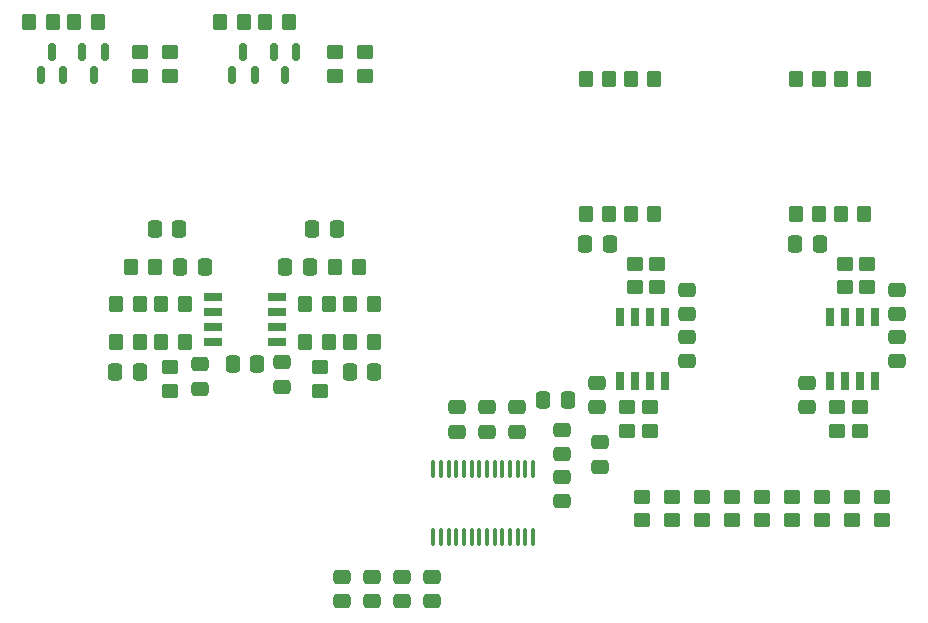
<source format=gtp>
G04 #@! TF.GenerationSoftware,KiCad,Pcbnew,8.0.3*
G04 #@! TF.CreationDate,2024-07-30T18:49:54+02:00*
G04 #@! TF.ProjectId,CODEC Dev Board,434f4445-4320-4446-9576-20426f617264,rev?*
G04 #@! TF.SameCoordinates,Original*
G04 #@! TF.FileFunction,Paste,Top*
G04 #@! TF.FilePolarity,Positive*
%FSLAX46Y46*%
G04 Gerber Fmt 4.6, Leading zero omitted, Abs format (unit mm)*
G04 Created by KiCad (PCBNEW 8.0.3) date 2024-07-30 18:49:54*
%MOMM*%
%LPD*%
G01*
G04 APERTURE LIST*
G04 Aperture macros list*
%AMRoundRect*
0 Rectangle with rounded corners*
0 $1 Rounding radius*
0 $2 $3 $4 $5 $6 $7 $8 $9 X,Y pos of 4 corners*
0 Add a 4 corners polygon primitive as box body*
4,1,4,$2,$3,$4,$5,$6,$7,$8,$9,$2,$3,0*
0 Add four circle primitives for the rounded corners*
1,1,$1+$1,$2,$3*
1,1,$1+$1,$4,$5*
1,1,$1+$1,$6,$7*
1,1,$1+$1,$8,$9*
0 Add four rect primitives between the rounded corners*
20,1,$1+$1,$2,$3,$4,$5,0*
20,1,$1+$1,$4,$5,$6,$7,0*
20,1,$1+$1,$6,$7,$8,$9,0*
20,1,$1+$1,$8,$9,$2,$3,0*%
G04 Aperture macros list end*
%ADD10RoundRect,0.250000X-0.350000X-0.450000X0.350000X-0.450000X0.350000X0.450000X-0.350000X0.450000X0*%
%ADD11RoundRect,0.250000X0.337500X0.475000X-0.337500X0.475000X-0.337500X-0.475000X0.337500X-0.475000X0*%
%ADD12RoundRect,0.250000X0.350000X0.450000X-0.350000X0.450000X-0.350000X-0.450000X0.350000X-0.450000X0*%
%ADD13RoundRect,0.250000X-0.450000X0.350000X-0.450000X-0.350000X0.450000X-0.350000X0.450000X0.350000X0*%
%ADD14RoundRect,0.250000X-0.475000X0.337500X-0.475000X-0.337500X0.475000X-0.337500X0.475000X0.337500X0*%
%ADD15RoundRect,0.250000X0.475000X-0.337500X0.475000X0.337500X-0.475000X0.337500X-0.475000X-0.337500X0*%
%ADD16RoundRect,0.250000X0.450000X-0.350000X0.450000X0.350000X-0.450000X0.350000X-0.450000X-0.350000X0*%
%ADD17RoundRect,0.250000X-0.337500X-0.475000X0.337500X-0.475000X0.337500X0.475000X-0.337500X0.475000X0*%
%ADD18RoundRect,0.150000X-0.150000X0.587500X-0.150000X-0.587500X0.150000X-0.587500X0.150000X0.587500X0*%
%ADD19RoundRect,0.100000X0.100000X-0.637500X0.100000X0.637500X-0.100000X0.637500X-0.100000X-0.637500X0*%
%ADD20R,0.650000X1.525000*%
%ADD21RoundRect,0.150000X0.150000X-0.587500X0.150000X0.587500X-0.150000X0.587500X-0.150000X-0.587500X0*%
%ADD22R,1.525000X0.650000*%
G04 APERTURE END LIST*
D10*
X121285000Y-106807000D03*
X123285000Y-106807000D03*
D11*
X120163500Y-100457000D03*
X118088500Y-100457000D03*
D12*
X147050000Y-87757000D03*
X145050000Y-87757000D03*
D13*
X164465000Y-115525000D03*
X164465000Y-117525000D03*
D12*
X103505000Y-106807000D03*
X101505000Y-106807000D03*
D14*
X123190000Y-129878000D03*
X123190000Y-131953000D03*
D15*
X139237000Y-119517000D03*
X139237000Y-117442000D03*
D14*
X128270000Y-129878000D03*
X128270000Y-131953000D03*
D10*
X114125000Y-82954677D03*
X116125000Y-82954677D03*
D16*
X148590000Y-123095000D03*
X148590000Y-125095000D03*
D17*
X115802500Y-103632000D03*
X117877500Y-103632000D03*
D14*
X139237000Y-121422000D03*
X139237000Y-123497000D03*
D17*
X104753500Y-100457000D03*
X106828500Y-100457000D03*
D12*
X122015000Y-103632000D03*
X120015000Y-103632000D03*
D11*
X143277500Y-101727000D03*
X141202500Y-101727000D03*
D15*
X149860000Y-111654500D03*
X149860000Y-109579500D03*
X132887000Y-117602000D03*
X132887000Y-115527000D03*
D14*
X149860000Y-105597500D03*
X149860000Y-107672500D03*
X142494000Y-118491000D03*
X142494000Y-120566000D03*
D13*
X156210000Y-125095000D03*
X156210000Y-123095000D03*
D17*
X111357500Y-111887000D03*
X113432500Y-111887000D03*
D16*
X161290000Y-123095000D03*
X161290000Y-125095000D03*
D10*
X110315000Y-82954677D03*
X112315000Y-82954677D03*
D18*
X100520000Y-85494677D03*
X98620000Y-85494677D03*
X99570000Y-87369677D03*
D14*
X120650000Y-129878000D03*
X120650000Y-131953000D03*
D11*
X123360000Y-112522000D03*
X121285000Y-112522000D03*
D12*
X103505000Y-109982000D03*
X101505000Y-109982000D03*
D11*
X161057500Y-101727000D03*
X158982500Y-101727000D03*
D16*
X158750000Y-123095000D03*
X158750000Y-125095000D03*
X122555000Y-87487000D03*
X122555000Y-85487000D03*
D10*
X94125000Y-82954677D03*
X96125000Y-82954677D03*
D12*
X143240000Y-87757000D03*
X141240000Y-87757000D03*
D10*
X117475000Y-109982000D03*
X119475000Y-109982000D03*
D13*
X106045000Y-112157000D03*
X106045000Y-114157000D03*
D19*
X128337000Y-126492000D03*
X128987000Y-126492000D03*
X129637000Y-126492000D03*
X130287000Y-126492000D03*
X130937000Y-126492000D03*
X131587000Y-126492000D03*
X132237000Y-126492000D03*
X132887000Y-126492000D03*
X133537000Y-126492000D03*
X134187000Y-126492000D03*
X134837000Y-126492000D03*
X135487000Y-126492000D03*
X136137000Y-126492000D03*
X136787000Y-126492000D03*
X136787000Y-120767000D03*
X136137000Y-120767000D03*
X135487000Y-120767000D03*
X134837000Y-120767000D03*
X134187000Y-120767000D03*
X133537000Y-120767000D03*
X132887000Y-120767000D03*
X132237000Y-120767000D03*
X131587000Y-120767000D03*
X130937000Y-120767000D03*
X130287000Y-120767000D03*
X129637000Y-120767000D03*
X128987000Y-120767000D03*
X128337000Y-120767000D03*
D17*
X137646500Y-114935000D03*
X139721500Y-114935000D03*
D16*
X103505000Y-87487000D03*
X103505000Y-85487000D03*
D14*
X115570000Y-111717000D03*
X115570000Y-113792000D03*
D16*
X106045000Y-87487000D03*
X106045000Y-85487000D03*
D13*
X163195000Y-103365000D03*
X163195000Y-105365000D03*
X118745000Y-112157000D03*
X118745000Y-114157000D03*
D10*
X117475000Y-106807000D03*
X119475000Y-106807000D03*
D16*
X147320000Y-105365000D03*
X147320000Y-103365000D03*
D10*
X97935000Y-82954677D03*
X99935000Y-82954677D03*
D14*
X130347000Y-115527000D03*
X130347000Y-117602000D03*
D16*
X151130000Y-123095000D03*
X151130000Y-125095000D03*
D12*
X143240000Y-99187000D03*
X141240000Y-99187000D03*
D20*
X165735000Y-107905000D03*
X164465000Y-107905000D03*
X163195000Y-107905000D03*
X161925000Y-107905000D03*
X161925000Y-113329000D03*
X163195000Y-113329000D03*
X164465000Y-113329000D03*
X165735000Y-113329000D03*
D16*
X163830000Y-123095000D03*
X163830000Y-125095000D03*
D12*
X164830000Y-99187000D03*
X162830000Y-99187000D03*
D15*
X135427000Y-117602000D03*
X135427000Y-115527000D03*
D16*
X162560000Y-117525000D03*
X162560000Y-115525000D03*
D21*
X111315000Y-87369677D03*
X113215000Y-87369677D03*
X112265000Y-85494677D03*
D14*
X125730000Y-129878000D03*
X125730000Y-131953000D03*
D21*
X95125000Y-87369677D03*
X97025000Y-87369677D03*
X96075000Y-85494677D03*
D16*
X165100000Y-105365000D03*
X165100000Y-103365000D03*
D22*
X115107000Y-109982000D03*
X115107000Y-108712000D03*
X115107000Y-107442000D03*
X115107000Y-106172000D03*
X109683000Y-106172000D03*
X109683000Y-107442000D03*
X109683000Y-108712000D03*
X109683000Y-109982000D03*
D15*
X167640000Y-111654500D03*
X167640000Y-109579500D03*
D10*
X102775000Y-103632000D03*
X104775000Y-103632000D03*
D15*
X142240000Y-115525000D03*
X142240000Y-113450000D03*
D13*
X145415000Y-103365000D03*
X145415000Y-105365000D03*
D11*
X101430000Y-112522000D03*
X103505000Y-112522000D03*
D12*
X161020000Y-99187000D03*
X159020000Y-99187000D03*
X107315000Y-109982000D03*
X105315000Y-109982000D03*
D10*
X121285000Y-109982000D03*
X123285000Y-109982000D03*
D13*
X120015000Y-85487000D03*
X120015000Y-87487000D03*
D12*
X147050000Y-99187000D03*
X145050000Y-99187000D03*
D14*
X108585000Y-111887000D03*
X108585000Y-113962000D03*
D16*
X144780000Y-117525000D03*
X144780000Y-115525000D03*
D18*
X116710000Y-85494677D03*
X114810000Y-85494677D03*
X115760000Y-87369677D03*
D13*
X146685000Y-115525000D03*
X146685000Y-117525000D03*
D15*
X160020000Y-115525000D03*
X160020000Y-113450000D03*
D16*
X146050000Y-123095000D03*
X146050000Y-125095000D03*
X153670000Y-123095000D03*
X153670000Y-125095000D03*
D14*
X167640000Y-105597500D03*
X167640000Y-107672500D03*
D12*
X161020000Y-87757000D03*
X159020000Y-87757000D03*
X164830000Y-87757000D03*
X162830000Y-87757000D03*
D13*
X166370000Y-125095000D03*
X166370000Y-123095000D03*
D12*
X107315000Y-106807000D03*
X105315000Y-106807000D03*
D20*
X147955000Y-107905000D03*
X146685000Y-107905000D03*
X145415000Y-107905000D03*
X144145000Y-107905000D03*
X144145000Y-113329000D03*
X145415000Y-113329000D03*
X146685000Y-113329000D03*
X147955000Y-113329000D03*
D11*
X108987500Y-103632000D03*
X106912500Y-103632000D03*
M02*

</source>
